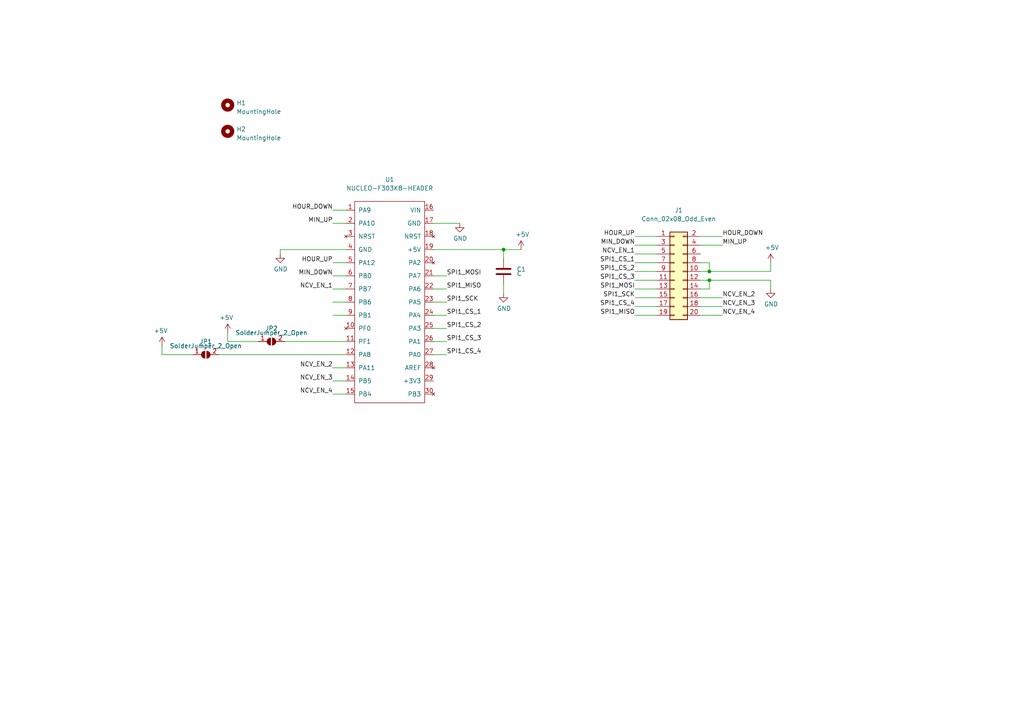
<source format=kicad_sch>
(kicad_sch (version 20230121) (generator eeschema)
  (paper "A4")
  (lib_symbols
    (symbol "Connector_Generic:Conn_02x10_Odd_Even" (pin_names (offset 1.016) hide)
      (property "Reference" "J" (at 1.27 12.7 0))
      (property "Value" "Conn_02x10_Odd_Even" (at 1.27 -15.24 0))
      (symbol "Conn_02x10_Odd_Even_1_1"
        (rectangle (start -1.27 -12.573) (end 0 -12.827) (stroke (width 0.1524)))
        (rectangle (start -1.27 -10.033) (end 0 -10.287) (stroke (width 0.1524)))
        (rectangle (start -1.27 -7.493) (end 0 -7.747) (stroke (width 0.1524)))
        (rectangle (start -1.27 -4.953) (end 0 -5.207) (stroke (width 0.1524)))
        (rectangle (start -1.27 -2.413) (end 0 -2.667) (stroke (width 0.1524)))
        (rectangle (start -1.27 0.127) (end 0 -0.127) (stroke (width 0.1524)))
        (rectangle (start -1.27 2.667) (end 0 2.413) (stroke (width 0.1524)))
        (rectangle (start -1.27 5.207) (end 0 4.953) (stroke (width 0.1524)))
        (rectangle (start -1.27 7.747) (end 0 7.493) (stroke (width 0.1524)))
        (rectangle (start -1.27 10.287) (end 0 10.033) (stroke (width 0.1524)))
        (rectangle (start -1.27 11.43) (end 3.81 -13.97) (stroke (width 0.254)) (fill (type background)))
        (rectangle (start 3.81 -12.573) (end 2.54 -12.827) (stroke (width 0.1524)))
        (rectangle (start 3.81 -10.033) (end 2.54 -10.287) (stroke (width 0.1524)))
        (rectangle (start 3.81 -7.493) (end 2.54 -7.747) (stroke (width 0.1524)))
        (rectangle (start 3.81 -4.953) (end 2.54 -5.207) (stroke (width 0.1524)))
        (rectangle (start 3.81 -2.413) (end 2.54 -2.667) (stroke (width 0.1524)))
        (rectangle (start 3.81 0.127) (end 2.54 -0.127) (stroke (width 0.1524)))
        (rectangle (start 3.81 2.667) (end 2.54 2.413) (stroke (width 0.1524)))
        (rectangle (start 3.81 5.207) (end 2.54 4.953) (stroke (width 0.1524)))
        (rectangle (start 3.81 7.747) (end 2.54 7.493) (stroke (width 0.1524)))
        (rectangle (start 3.81 10.287) (end 2.54 10.033) (stroke (width 0.1524)))
        (pin passive line (at -5.08 10.16 0) (length 3.81) (name "Pin_1") (number "1"))
        (pin passive line (at 7.62 0 180) (length 3.81) (name "Pin_10") (number "10"))
        (pin passive line (at -5.08 -2.54 0) (length 3.81) (name "Pin_11") (number "11"))
        (pin passive line (at 7.62 -2.54 180) (length 3.81) (name "Pin_12") (number "12"))
        (pin passive line (at -5.08 -5.08 0) (length 3.81) (name "Pin_13") (number "13"))
        (pin passive line (at 7.62 -5.08 180) (length 3.81) (name "Pin_14") (number "14"))
        (pin passive line (at -5.08 -7.62 0) (length 3.81) (name "Pin_15") (number "15"))
        (pin passive line (at 7.62 -7.62 180) (length 3.81) (name "Pin_16") (number "16"))
        (pin passive line (at -5.08 -10.16 0) (length 3.81) (name "Pin_17") (number "17"))
        (pin passive line (at 7.62 -10.16 180) (length 3.81) (name "Pin_18") (number "18"))
        (pin passive line (at -5.08 -12.7 0) (length 3.81) (name "Pin_19") (number "19"))
        (pin passive line (at 7.62 10.16 180) (length 3.81) (name "Pin_2") (number "2"))
        (pin passive line (at 7.62 -12.7 180) (length 3.81) (name "Pin_20") (number "20"))
        (pin passive line (at -5.08 7.62 0) (length 3.81) (name "Pin_3") (number "3"))
        (pin passive line (at 7.62 7.62 180) (length 3.81) (name "Pin_4") (number "4"))
        (pin passive line (at -5.08 5.08 0) (length 3.81) (name "Pin_5") (number "5"))
        (pin passive line (at 7.62 5.08 180) (length 3.81) (name "Pin_6") (number "6"))
        (pin passive line (at -5.08 2.54 0) (length 3.81) (name "Pin_7") (number "7"))
        (pin passive line (at 7.62 2.54 180) (length 3.81) (name "Pin_8") (number "8"))
        (pin passive line (at -5.08 0 0) (length 3.81) (name "Pin_9") (number "9"))
      )
    )
    (symbol "Device:C" (pin_numbers hide) (pin_names (offset 0.254))
      (property "Reference" "C" (at 0.635 2.54 0))
      (property "Value" "C" (at 0.635 -2.54 0))
      (symbol "C_0_1"
        (polyline (pts (xy -2.032 -0.762) (xy 2.032 -0.762)) (stroke (width 0.508)))
        (polyline (pts (xy -2.032 0.762) (xy 2.032 0.762)) (stroke (width 0.508)))
      )
      (symbol "C_1_1"
        (pin passive line (at 0 3.81 270) (length 2.794) (name "~") (number "1"))
        (pin passive line (at 0 -3.81 90) (length 2.794) (name "~") (number "2"))
      )
    )
    (symbol "Mechanical:MountingHole" (pin_names (offset 1.016))
      (property "Reference" "H" (at 0 5.08 0))
      (property "Value" "MountingHole" (at 0 3.175 0))
      (symbol "MountingHole_0_1"
        (circle (center 0 0) (radius 1.27) (stroke (width 1.27)))
      )
    )
    (symbol "SolderJumper_2_Open_1" (pin_names (offset 0) hide)
      (property "Reference" "JP" (at 0 2.032 0))
      (property "Value" "SolderJumper_2_Open_1" (at 0 -2.54 0))
      (symbol "SolderJumper_2_Open_1_0_1"
        (arc (start -0.254 1.016) (mid -1.2656 0) (end -0.254 -1.016))
        (arc (start -0.254 1.016) (mid -1.2656 0) (end -0.254 -1.016) (fill (type outline)))
        (polyline (pts (xy -0.254 1.016) (xy -0.254 -1.016)))
        (polyline (pts (xy 0.254 1.016) (xy 0.254 -1.016)))
        (arc (start 0.254 -1.016) (mid 1.2656 0) (end 0.254 1.016))
        (arc (start 0.254 -1.016) (mid 1.2656 0) (end 0.254 1.016) (fill (type outline)))
      )
      (symbol "SolderJumper_2_Open_1_1_1"
        (pin passive line (at -3.81 0 0) (length 2.54) (name "A") (number "1"))
        (pin passive line (at 3.81 0 180) (length 2.54) (name "B") (number "2"))
      )
    )
    (symbol "SolderJumper_2_Open_2" (pin_names (offset 0) hide)
      (property "Reference" "JP" (at 0 2.032 0))
      (property "Value" "SolderJumper_2_Open_2" (at 0 -2.54 0))
      (symbol "SolderJumper_2_Open_2_0_1"
        (arc (start -0.254 1.016) (mid -1.2656 0) (end -0.254 -1.016))
        (arc (start -0.254 1.016) (mid -1.2656 0) (end -0.254 -1.016) (fill (type outline)))
        (polyline (pts (xy -0.254 1.016) (xy -0.254 -1.016)))
        (polyline (pts (xy 0.254 1.016) (xy 0.254 -1.016)))
        (arc (start 0.254 -1.016) (mid 1.2656 0) (end 0.254 1.016))
        (arc (start 0.254 -1.016) (mid 1.2656 0) (end 0.254 1.016) (fill (type outline)))
      )
      (symbol "SolderJumper_2_Open_2_1_1"
        (pin passive line (at -3.81 0 0) (length 2.54) (name "A") (number "1"))
        (pin passive line (at 3.81 0 180) (length 2.54) (name "B") (number "2"))
      )
    )
    (symbol "mio:NUCLEO-F303K8-HEADER" (pin_names (offset 1.016))
      (property "Reference" "U" (at 5.08 63.5 0))
      (property "Value" "NUCLEO-F303K8-HEADER" (at 16.51 60.96 0))
      (symbol "NUCLEO-F303K8-HEADER_0_1"
        (rectangle (start 0 0) (end 20.32 58.42))
      )
      (symbol "NUCLEO-F303K8-HEADER_1_1"
        (pin bidirectional line (at -2.54 55.88 0) (length 2.54) (name "PA9") (number "1"))
        (pin no_connect line (at -2.54 21.59 0) (length 2.54) (name "PF0") (number "10"))
        (pin bidirectional line (at -2.54 17.78 0) (length 2.54) (name "PF1") (number "11"))
        (pin bidirectional line (at -2.54 13.97 0) (length 2.54) (name "PA8") (number "12"))
        (pin bidirectional line (at -2.54 10.16 0) (length 2.54) (name "PA11") (number "13"))
        (pin bidirectional line (at -2.54 6.35 0) (length 2.54) (name "PB5") (number "14"))
        (pin bidirectional line (at -2.54 2.54 0) (length 2.54) (name "PB4") (number "15"))
        (pin power_in line (at 22.86 55.88 180) (length 2.54) (name "VIN") (number "16"))
        (pin bidirectional line (at 22.86 52.07 180) (length 2.54) (name "GND") (number "17"))
        (pin no_connect line (at 22.86 48.26 180) (length 2.54) (name "NRST") (number "18"))
        (pin bidirectional line (at 22.86 44.45 180) (length 2.54) (name "+5V") (number "19"))
        (pin bidirectional line (at -2.54 52.07 0) (length 2.54) (name "PA10") (number "2"))
        (pin no_connect line (at 22.86 40.64 180) (length 2.54) (name "PA2") (number "20"))
        (pin bidirectional line (at 22.86 36.83 180) (length 2.54) (name "PA7") (number "21"))
        (pin bidirectional line (at 22.86 33.02 180) (length 2.54) (name "PA6") (number "22"))
        (pin bidirectional line (at 22.86 29.21 180) (length 2.54) (name "PA5") (number "23"))
        (pin bidirectional line (at 22.86 25.4 180) (length 2.54) (name "PA4") (number "24"))
        (pin bidirectional line (at 22.86 21.59 180) (length 2.54) (name "PA3") (number "25"))
        (pin bidirectional line (at 22.86 17.78 180) (length 2.54) (name "PA1") (number "26"))
        (pin bidirectional line (at 22.86 13.97 180) (length 2.54) (name "PA0") (number "27"))
        (pin no_connect line (at 22.86 10.16 180) (length 2.54) (name "AREF") (number "28"))
        (pin bidirectional line (at 22.86 6.35 180) (length 2.54) (name "+3V3") (number "29"))
        (pin no_connect line (at -2.54 48.26 0) (length 2.54) (name "NRST") (number "3"))
        (pin no_connect line (at 22.86 2.54 180) (length 2.54) (name "PB3") (number "30"))
        (pin bidirectional line (at -2.54 44.45 0) (length 2.54) (name "GND") (number "4"))
        (pin bidirectional line (at -2.54 40.64 0) (length 2.54) (name "PA12") (number "5"))
        (pin bidirectional line (at -2.54 36.83 0) (length 2.54) (name "PB0") (number "6"))
        (pin bidirectional line (at -2.54 33.02 0) (length 2.54) (name "PB7") (number "7"))
        (pin bidirectional line (at -2.54 29.21 0) (length 2.54) (name "PB6") (number "8"))
        (pin bidirectional line (at -2.54 25.4 0) (length 2.54) (name "PB1") (number "9"))
      )
    )
    (symbol "power:+5V" (power) (pin_names (offset 0))
      (property "Value" "+5V" (at 0 3.556 0))
      (symbol "+5V_0_1"
        (polyline (pts (xy -0.762 1.27) (xy 0 2.54)))
        (polyline (pts (xy 0 0) (xy 0 2.54)))
        (polyline (pts (xy 0 2.54) (xy 0.762 1.27)))
      )
      (symbol "+5V_1_1"
        (pin power_in line (at 0 0 90) (length 0) hide (name "+5V") (number "1"))
      )
    )
    (symbol "power:GND" (power) (pin_names (offset 0))
      (property "Value" "GND" (at 0 -3.81 0))
      (symbol "GND_0_1"
        (polyline (pts (xy 0 0) (xy 0 -1.27) (xy 1.27 -1.27) (xy 0 -2.54) (xy -1.27 -1.27) (xy 0 -1.27)))
      )
      (symbol "GND_1_1"
        (pin power_in line (at 0 0 270) (length 0) hide (name "GND") (number "1"))
      )
    )
  )
  (junction (at 205.74 78.74))
  (junction (at 205.74 81.28))
  (junction (at 146.05 72.39))
  (wire (pts (xy 125.73 72.39) (xy 146.05 72.39)))
  (wire (pts (xy 203.2 71.12) (xy 209.55 71.12)))
  (wire (pts (xy 96.52 76.2) (xy 100.33 76.2)))
  (wire (pts (xy 184.15 78.74) (xy 190.5 78.74)))
  (wire (pts (xy 96.52 64.77) (xy 100.33 64.77)))
  (wire (pts (xy 125.73 87.63) (xy 129.54 87.63)))
  (wire (pts (xy 55.88 102.87) (xy 46.99 102.87)))
  (wire (pts (xy 203.2 81.28) (xy 205.74 81.28)))
  (wire (pts (xy 203.2 83.82) (xy 205.74 83.82)))
  (wire (pts (xy 184.15 73.66) (xy 190.5 73.66)))
  (wire (pts (xy 129.54 102.87) (xy 125.73 102.87)))
  (wire (pts (xy 129.54 99.06) (xy 125.73 99.06)))
  (wire (pts (xy 100.33 72.39) (xy 81.28 72.39)))
  (wire (pts (xy 96.52 91.44) (xy 100.33 91.44)))
  (wire (pts (xy 184.15 76.2) (xy 190.5 76.2)))
  (wire (pts (xy 205.74 83.82) (xy 205.74 81.28)))
  (wire (pts (xy 74.93 99.06) (xy 66.04 99.06)))
  (wire (pts (xy 184.15 91.44) (xy 190.5 91.44)))
  (wire (pts (xy 146.05 82.55) (xy 146.05 85.09)))
  (wire (pts (xy 125.73 64.77) (xy 133.35 64.77)))
  (wire (pts (xy 96.52 114.3) (xy 100.33 114.3)))
  (wire (pts (xy 203.2 68.58) (xy 209.55 68.58)))
  (wire (pts (xy 125.73 80.01) (xy 129.54 80.01)))
  (wire (pts (xy 96.52 83.82) (xy 100.33 83.82)))
  (wire (pts (xy 96.52 80.01) (xy 100.33 80.01)))
  (wire (pts (xy 96.52 110.49) (xy 100.33 110.49)))
  (wire (pts (xy 205.74 76.2) (xy 205.74 78.74)))
  (wire (pts (xy 184.15 83.82) (xy 190.5 83.82)))
  (wire (pts (xy 125.73 83.82) (xy 129.54 83.82)))
  (wire (pts (xy 46.99 102.87) (xy 46.99 100.33)))
  (wire (pts (xy 66.04 99.06) (xy 66.04 96.52)))
  (wire (pts (xy 205.74 81.28) (xy 223.52 81.28)))
  (wire (pts (xy 96.52 87.63) (xy 100.33 87.63)))
  (wire (pts (xy 100.33 99.06) (xy 82.55 99.06)))
  (wire (pts (xy 96.52 60.96) (xy 100.33 60.96)))
  (wire (pts (xy 223.52 81.28) (xy 223.52 83.82)))
  (wire (pts (xy 203.2 91.44) (xy 209.55 91.44)))
  (wire (pts (xy 184.15 81.28) (xy 190.5 81.28)))
  (wire (pts (xy 203.2 78.74) (xy 205.74 78.74)))
  (wire (pts (xy 129.54 95.25) (xy 125.73 95.25)))
  (wire (pts (xy 100.33 102.87) (xy 63.5 102.87)))
  (wire (pts (xy 184.15 86.36) (xy 190.5 86.36)))
  (wire (pts (xy 203.2 76.2) (xy 205.74 76.2)))
  (wire (pts (xy 203.2 86.36) (xy 209.55 86.36)))
  (wire (pts (xy 223.52 78.74) (xy 223.52 76.2)))
  (wire (pts (xy 184.15 71.12) (xy 190.5 71.12)))
  (wire (pts (xy 184.15 88.9) (xy 190.5 88.9)))
  (wire (pts (xy 129.54 91.44) (xy 125.73 91.44)))
  (wire (pts (xy 205.74 78.74) (xy 223.52 78.74)))
  (wire (pts (xy 146.05 72.39) (xy 151.13 72.39)))
  (wire (pts (xy 81.28 72.39) (xy 81.28 73.66)))
  (wire (pts (xy 203.2 88.9) (xy 209.55 88.9)))
  (wire (pts (xy 146.05 72.39) (xy 146.05 74.93)))
  (wire (pts (xy 96.52 106.68) (xy 100.33 106.68)))
  (wire (pts (xy 184.15 68.58) (xy 190.5 68.58)))
  (label "NCV_EN_3" (at 96.52 110.49 0))
  (label "SPI1_CS_4" (at 184.15 88.9 0))
  (label "MIN_DOWN" (at 184.15 71.12 0))
  (label "HOUR_DOWN" (at 96.52 60.96 0))
  (label "SPI1_MOSI" (at 129.54 80.01 0))
  (label "SPI1_CS_3" (at 129.54 99.06 0))
  (label "SPI1_CS_3" (at 184.15 81.28 0))
  (label "SPI1_CS_2" (at 129.54 95.25 0))
  (label "MIN_UP" (at 96.52 64.77 0))
  (label "SPI1_CS_1" (at 184.15 76.2 0))
  (label "HOUR_DOWN" (at 209.55 68.58 0))
  (label "SPI1_SCK" (at 129.54 87.63 0))
  (label "MIN_UP" (at 209.55 71.12 0))
  (label "NCV_EN_2" (at 209.55 86.36 0))
  (label "SPI1_MISO" (at 184.15 91.44 0))
  (label "NCV_EN_4" (at 96.52 114.3 0))
  (label "SPI1_CS_2" (at 184.15 78.74 0))
  (label "SPI1_SCK" (at 184.15 86.36 0))
  (label "HOUR_UP" (at 184.15 68.58 0))
  (label "MIN_DOWN" (at 96.52 80.01 0))
  (label "NCV_EN_3" (at 209.55 88.9 0))
  (label "SPI1_MISO" (at 129.54 83.82 0))
  (label "SPI1_CS_4" (at 129.54 102.87 0))
  (label "HOUR_UP" (at 96.52 76.2 0))
  (label "SPI1_MOSI" (at 184.15 83.82 0))
  (label "NCV_EN_4" (at 209.55 91.44 0))
  (label "NCV_EN_2" (at 96.52 106.68 0))
  (label "NCV_EN_1" (at 96.52 83.82 0))
  (label "NCV_EN_1" (at 184.15 73.66 0))
  (label "SPI1_CS_1" (at 129.54 91.44 0))
  (symbol (lib_id "Mechanical:MountingHole") (at 66.04 38.1 0) (unit 1)
    (property "Reference" "H2" (at 68.58 37.465 0) (effects (justify left)))
    (property "Value" "MountingHole" (at 68.58 40.005 0) (effects (justify left)))
    (property "Footprint" "mio:MountingHole_3.2mm_M3" (effects hide))
  )
  (symbol (lib_id "power:GND") (at 223.52 83.82 0) (unit 1)
    (property "Reference" "#PWR0106" (effects hide))
    (property "Value" "GND" (at 223.647 88.2142 0))
  )
  (symbol (lib_id "power:+5V") (at 66.04 96.52 0) (mirror y) (unit 1)
    (property "Reference" "#PWR0101" (effects hide))
    (property "Value" "+5V" (at 65.659 92.1258 0))
  )
  (symbol (lib_id "power:GND") (at 81.28 73.66 0) (unit 1)
    (property "Reference" "#PWR0102" (effects hide))
    (property "Value" "GND" (at 81.407 78.0542 0))
  )
  (symbol (lib_id "mio:NUCLEO-F303K8-HEADER") (at 102.87 116.84 0) (unit 1)
    (property "Reference" "U1" (at 113.03 52.07 0))
    (property "Value" "NUCLEO-F303K8-HEADER" (at 113.03 54.61 0))
    (property "Footprint" "mio:NUCLEO-F303K8-HEADER" (effects hide))
  )
  (symbol (lib_id "power:+5V") (at 223.52 76.2 0) (unit 1)
    (property "Reference" "#PWR0105" (effects hide))
    (property "Value" "+5V" (at 223.901 71.8058 0))
  )
  (symbol (lib_name "SolderJumper_2_Open_2") (lib_id "Jumper:SolderJumper_2_Open") (at 59.69 102.87 0) (unit 1)
    (property "Reference" "JP1" (at 59.69 99.06 0))
    (property "Value" "SolderJumper_2_Open" (at 59.69 100.33 0))
    (property "Footprint" "Jumper:SolderJumper-2_P1.3mm_Open_TrianglePad1.0x1.5mm" (effects hide))
  )
  (symbol (lib_id "power:+5V") (at 151.13 72.39 0) (unit 1)
    (property "Reference" "#PWR0107" (effects hide))
    (property "Value" "+5V" (at 151.511 67.9958 0))
  )
  (symbol (lib_id "Mechanical:MountingHole") (at 66.04 30.48 0) (unit 1)
    (property "Reference" "H1" (at 68.58 29.845 0) (effects (justify left)))
    (property "Value" "MountingHole" (at 68.58 32.385 0) (effects (justify left)))
    (property "Footprint" "mio:MountingHole_3.2mm_M3" (effects hide))
  )
  (symbol (lib_name "SolderJumper_2_Open_1") (lib_id "Jumper:SolderJumper_2_Open") (at 78.74 99.06 0) (unit 1)
    (property "Reference" "JP2" (at 78.74 95.25 0))
    (property "Value" "SolderJumper_2_Open" (at 78.74 96.52 0))
    (property "Footprint" "Jumper:SolderJumper-2_P1.3mm_Open_TrianglePad1.0x1.5mm" (effects hide))
  )
  (symbol (lib_id "Device:C") (at 146.05 78.74 180) (unit 1)
    (property "Reference" "C1" (at 149.86 78.105 0) (effects (justify right)))
    (property "Value" "C" (at 149.86 79.375 0) (effects (justify right)))
    (property "Footprint" "Capacitor_SMD:C_1206_3216Metric" (effects hide))
  )
  (symbol (lib_id "Connector_Generic:Conn_02x10_Odd_Even") (at 195.58 78.74 0) (unit 1)
    (property "Reference" "J1" (at 196.85 60.96 0))
    (property "Value" "Conn_02x08_Odd_Even" (at 196.85 63.5 0))
    (property "Footprint" "Connector_PinHeader_2.54mm:PinHeader_2x10_P2.54mm_Vertical" (effects hide))
  )
  (symbol (lib_id "power:+5V") (at 46.99 100.33 0) (mirror y) (unit 1)
    (property "Reference" "#PWR0103" (effects hide))
    (property "Value" "+5V" (at 46.609 95.9358 0))
  )
  (symbol (lib_id "power:GND") (at 146.05 85.09 0) (unit 1)
    (property "Reference" "#PWR0104" (effects hide))
    (property "Value" "GND" (at 146.177 89.4842 0))
  )
  (symbol (lib_id "power:GND") (at 133.35 64.77 0) (unit 1)
    (property "Reference" "#PWR0108" (effects hide))
    (property "Value" "GND" (at 133.477 69.1642 0))
  )
)
</source>
